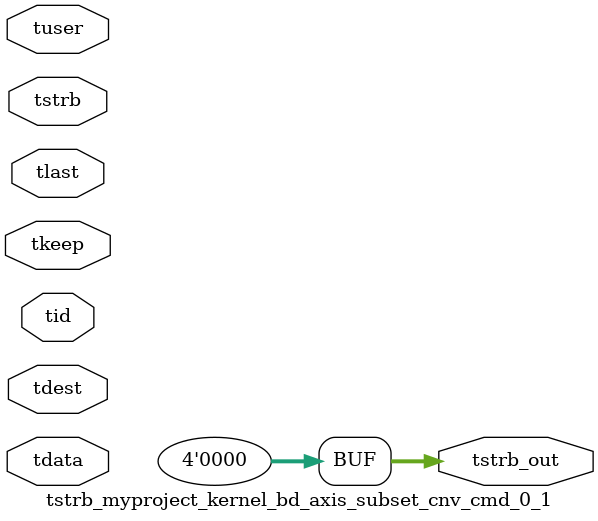
<source format=v>


`timescale 1ps/1ps

module tstrb_myproject_kernel_bd_axis_subset_cnv_cmd_0_1 #
(
parameter C_S_AXIS_TDATA_WIDTH = 32,
parameter C_S_AXIS_TUSER_WIDTH = 0,
parameter C_S_AXIS_TID_WIDTH   = 0,
parameter C_S_AXIS_TDEST_WIDTH = 0,
parameter C_M_AXIS_TDATA_WIDTH = 32
)
(
input  [(C_S_AXIS_TDATA_WIDTH == 0 ? 1 : C_S_AXIS_TDATA_WIDTH)-1:0     ] tdata,
input  [(C_S_AXIS_TUSER_WIDTH == 0 ? 1 : C_S_AXIS_TUSER_WIDTH)-1:0     ] tuser,
input  [(C_S_AXIS_TID_WIDTH   == 0 ? 1 : C_S_AXIS_TID_WIDTH)-1:0       ] tid,
input  [(C_S_AXIS_TDEST_WIDTH == 0 ? 1 : C_S_AXIS_TDEST_WIDTH)-1:0     ] tdest,
input  [(C_S_AXIS_TDATA_WIDTH/8)-1:0 ] tkeep,
input  [(C_S_AXIS_TDATA_WIDTH/8)-1:0 ] tstrb,
input                                                                    tlast,
output [(C_M_AXIS_TDATA_WIDTH/8)-1:0 ] tstrb_out
);

assign tstrb_out = {1'b0};

endmodule


</source>
